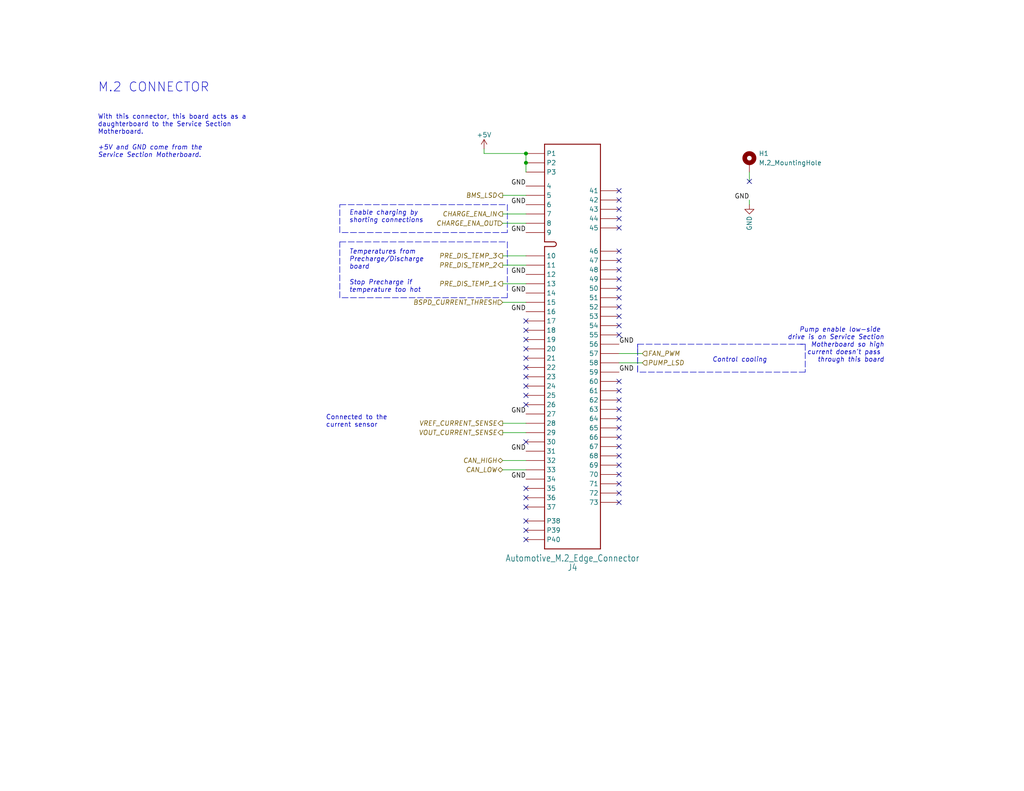
<source format=kicad_sch>
(kicad_sch (version 20211123) (generator eeschema)
  (paper "A")
  (title_block (title "BMS Core | M.2 Connector") (date "2022-12-03") (rev "0") (company "Olin Electric Motorsports") (comment 1 "Melissa Kazazic"))
  (lib_symbols
    (symbol "OEM:Automotive_M.2_Edge_Connector"
      (property "Reference" "J?" (at 1.27 49.53 0))
      (property "Value" "Automotive_M.2_Edge_Connector" (at 7.62 45.72 0))
      (symbol "Automotive_M.2_Edge_Connector_0_1"
        (arc (start -5.0436 15.2415) (mid -4.4198 15.8765) (end -5.0436 16.5115) (stroke (width 0.25)))
        (polyline (pts (xy -7.62 15.24) (xy -5.08 15.24)) (stroke (width 0.25)))
        (polyline (pts (xy -7.62 16.51) (xy -5.08 16.51)) (stroke (width 0.25)))
        (polyline (pts (xy -7.62 43.18) (xy -7.62 16.51)) (stroke (width 0.25)))
        (polyline (pts (xy 7.62 -67.31) (xy -7.62 -67.31)) (stroke (width 0.25)))
      )
      (symbol "Automotive_M.2_Edge_Connector_1_0"
        (polyline (pts (xy -7.62 -67.31) (xy -7.62 15.24)) (stroke (width 0.254)))
        (polyline (pts (xy 7.62 43.18) (xy -7.62 43.18)) (stroke (width 0.254)))
        (polyline (pts (xy 7.62 43.18) (xy 7.62 -67.31)) (stroke (width 0.254)))
        (pin bidirectional line (at -12.7 12.7 0) (length 5.08) (name "10") (number "10"))
        (pin bidirectional line (at -12.7 10.16 0) (length 5.08) (name "11") (number "11"))
        (pin bidirectional line (at -12.7 7.62 0) (length 5.08) (name "12") (number "12"))
        (pin bidirectional line (at -12.7 5.08 0) (length 5.08) (name "13") (number "13"))
        (pin bidirectional line (at -12.7 2.54 0) (length 5.08) (name "14") (number "14"))
        (pin bidirectional line (at -12.7 0 0) (length 5.08) (name "15") (number "15"))
        (pin bidirectional line (at -12.7 -2.54 0) (length 5.08) (name "16") (number "16"))
        (pin bidirectional line (at -12.7 -5.08 0) (length 5.08) (name "17") (number "17"))
        (pin bidirectional line (at -12.7 -7.62 0) (length 5.08) (name "18") (number "18"))
        (pin bidirectional line (at -12.7 -10.16 0) (length 5.08) (name "19") (number "19"))
        (pin bidirectional line (at -12.7 -12.7 0) (length 5.08) (name "20") (number "20"))
        (pin bidirectional line (at -12.7 -15.24 0) (length 5.08) (name "21") (number "21"))
        (pin bidirectional line (at -12.7 -17.78 0) (length 5.08) (name "22") (number "22"))
        (pin bidirectional line (at -12.7 -20.32 0) (length 5.08) (name "23") (number "23"))
        (pin bidirectional line (at -12.7 -22.86 0) (length 5.08) (name "24") (number "24"))
        (pin bidirectional line (at -12.7 -25.4 0) (length 5.08) (name "25") (number "25"))
        (pin bidirectional line (at -12.7 -27.94 0) (length 5.08) (name "26") (number "26"))
        (pin bidirectional line (at -12.7 -30.48 0) (length 5.08) (name "27") (number "27"))
        (pin bidirectional line (at -12.7 -33.02 0) (length 5.08) (name "28") (number "28"))
        (pin bidirectional line (at -12.7 -35.56 0) (length 5.08) (name "29") (number "29"))
        (pin bidirectional line (at -12.7 -38.1 0) (length 5.08) (name "30") (number "30"))
        (pin bidirectional line (at -12.7 -40.64 0) (length 5.08) (name "31") (number "31"))
        (pin bidirectional line (at -12.7 -43.18 0) (length 5.08) (name "32") (number "32"))
        (pin bidirectional line (at -12.7 -45.72 0) (length 5.08) (name "33") (number "33"))
        (pin bidirectional line (at -12.7 -48.26 0) (length 5.08) (name "34") (number "34"))
        (pin bidirectional line (at -12.7 -50.8 0) (length 5.08) (name "35") (number "35"))
        (pin bidirectional line (at -12.7 -53.34 0) (length 5.08) (name "36") (number "36"))
        (pin bidirectional line (at -12.7 -55.88 0) (length 5.08) (name "37") (number "37"))
        (pin bidirectional line (at -12.7 31.75 0) (length 5.08) (name "4") (number "4"))
        (pin bidirectional line (at 12.7 30.48 180) (length 5.08) (name "41") (number "41"))
        (pin bidirectional line (at 12.7 27.94 180) (length 5.08) (name "42") (number "42"))
        (pin bidirectional line (at 12.7 25.4 180) (length 5.08) (name "43") (number "43"))
        (pin bidirectional line (at 12.7 22.86 180) (length 5.08) (name "44") (number "44"))
        (pin bidirectional line (at 12.7 20.32 180) (length 5.08) (name "45") (number "45"))
        (pin bidirectional line (at 12.7 13.97 180) (length 5.08) (name "46") (number "46"))
        (pin bidirectional line (at 12.7 11.43 180) (length 5.08) (name "47") (number "47"))
        (pin bidirectional line (at 12.7 8.89 180) (length 5.08) (name "48") (number "48"))
        (pin bidirectional line (at 12.7 6.35 180) (length 5.08) (name "49") (number "49"))
        (pin bidirectional line (at -12.7 29.21 0) (length 5.08) (name "5") (number "5"))
        (pin bidirectional line (at 12.7 3.81 180) (length 5.08) (name "50") (number "50"))
        (pin bidirectional line (at 12.7 1.27 180) (length 5.08) (name "51") (number "51"))
        (pin bidirectional line (at 12.7 -1.27 180) (length 5.08) (name "52") (number "52"))
        (pin bidirectional line (at 12.7 -3.81 180) (length 5.08) (name "53") (number "53"))
        (pin bidirectional line (at 12.7 -6.35 180) (length 5.08) (name "54") (number "54"))
        (pin bidirectional line (at 12.7 -8.89 180) (length 5.08) (name "55") (number "55"))
        (pin bidirectional line (at 12.7 -11.43 180) (length 5.08) (name "56") (number "56"))
        (pin bidirectional line (at 12.7 -13.97 180) (length 5.08) (name "57") (number "57"))
        (pin bidirectional line (at 12.7 -16.51 180) (length 5.08) (name "58") (number "58"))
        (pin bidirectional line (at 12.7 -19.05 180) (length 5.08) (name "59") (number "59"))
        (pin bidirectional line (at -12.7 26.67 0) (length 5.08) (name "6") (number "6"))
        (pin bidirectional line (at 12.7 -21.59 180) (length 5.08) (name "60") (number "60"))
        (pin bidirectional line (at 12.7 -24.13 180) (length 5.08) (name "61") (number "61"))
        (pin bidirectional line (at 12.7 -26.67 180) (length 5.08) (name "62") (number "62"))
        (pin bidirectional line (at 12.7 -29.21 180) (length 5.08) (name "63") (number "63"))
        (pin bidirectional line (at 12.7 -31.75 180) (length 5.08) (name "64") (number "64"))
        (pin bidirectional line (at 12.7 -34.29 180) (length 5.08) (name "65") (number "65"))
        (pin bidirectional line (at 12.7 -36.83 180) (length 5.08) (name "66") (number "66"))
        (pin bidirectional line (at 12.7 -39.37 180) (length 5.08) (name "67") (number "67"))
        (pin bidirectional line (at 12.7 -41.91 180) (length 5.08) (name "68") (number "68"))
        (pin bidirectional line (at 12.7 -44.45 180) (length 5.08) (name "69") (number "69"))
        (pin bidirectional line (at -12.7 24.13 0) (length 5.08) (name "7") (number "7"))
        (pin bidirectional line (at 12.7 -46.99 180) (length 5.08) (name "70") (number "70"))
        (pin bidirectional line (at 12.7 -49.53 180) (length 5.08) (name "71") (number "71"))
        (pin bidirectional line (at 12.7 -52.07 180) (length 5.08) (name "72") (number "72"))
        (pin bidirectional line (at 12.7 -54.61 180) (length 5.08) (name "73") (number "73"))
        (pin bidirectional line (at -12.7 21.59 0) (length 5.08) (name "8") (number "8"))
        (pin bidirectional line (at -12.7 19.05 0) (length 5.08) (name "9") (number "9"))
        (pin bidirectional line (at -12.7 40.64 0) (length 5.08) (name "P1") (number "P1"))
        (pin bidirectional line (at -12.7 38.1 0) (length 5.08) (name "P2") (number "P2"))
        (pin bidirectional line (at -12.7 35.56 0) (length 5.08) (name "P3") (number "P3"))
        (pin bidirectional line (at -12.7 -59.69 0) (length 5.08) (name "P38") (number "P38"))
        (pin bidirectional line (at -12.7 -62.23 0) (length 5.08) (name "P39") (number "P39"))
        (pin bidirectional line (at -12.7 -64.77 0) (length 5.08) (name "P40") (number "P40"))
      )
    )
    (symbol "OEM:M.2_MountingHole" (pin_numbers hide) (pin_names (offset 1.016) hide)
      (property "Reference" "H" (at 0 6.35 0))
      (property "Value" "M.2_MountingHole" (at 0 4.445 0))
      (symbol "M.2_MountingHole_0_1"
        (circle (center 0 1.27) (radius 1.27) (stroke (width 1.27)))
      )
      (symbol "M.2_MountingHole_1_1"
        (pin input line (at 0 -2.54 90) (length 2.54) (name "1") (number "1"))
      )
    )
    (symbol "power:+5V" (power) (pin_names (offset 0))
      (property "Value" "+5V" (at 0 3.556 0))
      (symbol "+5V_0_1"
        (polyline (pts (xy -0.762 1.27) (xy 0 2.54)))
        (polyline (pts (xy 0 0) (xy 0 2.54)))
        (polyline (pts (xy 0 2.54) (xy 0.762 1.27)))
      )
      (symbol "+5V_1_1"
        (pin power_in line (at 0 0 90) (length 0) hide (name "+5V") (number "1"))
      )
    )
    (symbol "power:GND" (power) (pin_names (offset 0))
      (property "Value" "GND" (at 0 -3.81 0))
      (symbol "GND_0_1"
        (polyline (pts (xy 0 0) (xy 0 -1.27) (xy 1.27 -1.27) (xy 0 -2.54) (xy -1.27 -1.27) (xy 0 -1.27)))
      )
      (symbol "GND_1_1"
        (pin power_in line (at 0 0 270) (length 0) hide (name "GND") (number "1"))
      )
    )
  )
  (junction (at 143.51 41.91))
  (junction (at 143.51 44.45))
  (no_connect (at 143.51 110.49))
  (no_connect (at 168.91 124.46))
  (no_connect (at 168.91 86.36))
  (no_connect (at 168.91 52.07))
  (no_connect (at 204.47 49.53))
  (no_connect (at 143.51 138.43))
  (no_connect (at 168.91 106.68))
  (no_connect (at 143.51 120.65))
  (no_connect (at 143.51 133.35))
  (no_connect (at 168.91 68.58))
  (no_connect (at 168.91 71.12))
  (no_connect (at 168.91 76.2))
  (no_connect (at 168.91 78.74))
  (no_connect (at 168.91 81.28))
  (no_connect (at 168.91 73.66))
  (no_connect (at 168.91 114.3))
  (no_connect (at 168.91 54.61))
  (no_connect (at 168.91 134.62))
  (no_connect (at 168.91 109.22))
  (no_connect (at 168.91 83.82))
  (no_connect (at 168.91 119.38))
  (no_connect (at 143.51 142.24))
  (no_connect (at 168.91 59.69))
  (no_connect (at 168.91 57.15))
  (no_connect (at 168.91 137.16))
  (no_connect (at 168.91 129.54))
  (no_connect (at 168.91 62.23))
  (no_connect (at 168.91 111.76))
  (no_connect (at 168.91 88.9))
  (no_connect (at 168.91 121.92))
  (no_connect (at 143.51 144.78))
  (no_connect (at 168.91 132.08))
  (no_connect (at 143.51 90.17))
  (no_connect (at 168.91 116.84))
  (no_connect (at 143.51 147.32))
  (no_connect (at 168.91 127))
  (no_connect (at 143.51 87.63))
  (no_connect (at 168.91 91.44))
  (no_connect (at 168.91 104.14))
  (no_connect (at 143.51 107.95))
  (no_connect (at 143.51 105.41))
  (no_connect (at 143.51 102.87))
  (no_connect (at 143.51 100.33))
  (no_connect (at 143.51 97.79))
  (no_connect (at 143.51 95.25))
  (no_connect (at 143.51 135.89))
  (no_connect (at 143.51 92.71))
  (wire (pts (xy 143.51 41.91) (xy 132.08 41.91)))
  (polyline (pts (xy 138.43 81.28) (xy 92.71 81.28)))
  (wire (pts (xy 137.16 118.11) (xy 143.51 118.11)))
  (wire (pts (xy 175.26 96.52) (xy 168.91 96.52)))
  (wire (pts (xy 204.47 54.61) (xy 204.47 55.88)))
  (polyline (pts (xy 219.71 101.6) (xy 173.99 101.6)))
  (wire (pts (xy 143.51 41.91) (xy 143.51 44.45)))
  (wire (pts (xy 137.16 58.42) (xy 143.51 58.42)))
  (polyline (pts (xy 218.44 93.98) (xy 219.71 93.98)))
  (wire (pts (xy 137.16 53.34) (xy 143.51 53.34)))
  (wire (pts (xy 143.51 44.45) (xy 143.51 46.99)))
  (wire (pts (xy 137.16 125.73) (xy 143.51 125.73)))
  (wire (pts (xy 175.26 99.06) (xy 168.91 99.06)))
  (polyline (pts (xy 92.71 55.88) (xy 138.43 55.88)))
  (polyline (pts (xy 92.71 66.04) (xy 138.43 66.04)))
  (polyline (pts (xy 138.43 63.5) (xy 92.71 63.5)))
  (wire (pts (xy 137.16 77.47) (xy 143.51 77.47)))
  (polyline (pts (xy 173.99 93.98) (xy 219.71 93.98)))
  (wire (pts (xy 132.08 41.91) (xy 132.08 40.64)))
  (polyline (pts (xy 92.71 63.5) (xy 92.71 55.88)))
  (wire (pts (xy 137.16 82.55) (xy 143.51 82.55)))
  (wire (pts (xy 137.16 72.39) (xy 143.51 72.39)))
  (wire (pts (xy 137.16 60.96) (xy 143.51 60.96)))
  (wire (pts (xy 204.47 49.53) (xy 204.47 46.99)))
  (wire (pts (xy 137.16 69.85) (xy 143.51 69.85)))
  (polyline (pts (xy 138.43 55.88) (xy 138.43 63.5)))
  (polyline (pts (xy 173.99 101.6) (xy 173.99 93.98)))
  (wire (pts (xy 137.16 128.27) (xy 143.51 128.27)))
  (polyline (pts (xy 138.43 66.04) (xy 138.43 68.58)))
  (polyline (pts (xy 173.99 95.25) (xy 173.99 101.6)))
  (polyline (pts (xy 138.43 68.58) (xy 138.43 81.28)))
  (polyline (pts (xy 92.71 81.28) (xy 92.71 66.04)))
  (polyline (pts (xy 173.99 93.98) (xy 173.99 95.25)))
  (polyline (pts (xy 219.71 93.98) (xy 219.71 101.6)))
  (wire (pts (xy 137.16 115.57) (xy 143.51 115.57)))
  (text "Stop Precharge if\ntemperature too hot" (at 95.25 80.01 0) (effects (font (size 1.27 1.27) italic) (justify left bottom)))
  (text "+5V and GND come from the \nService Section Motherboard." (at 26.67 43.18 0) (effects (font (size 1.27 1.27) italic) (justify left bottom)))
  (text "With this connector, this board acts as a \ndaughterboard to the Service Section\nMotherboard." (at 26.67 36.83 0) (effects (font (size 1.27 1.27)) (justify left bottom)))
  (text "Pump enable low-side \ndrive is on Service Section\nMotherboard so high\ncurrent doesn't pass \nthrough this board" (at 241.3 99.06 180) (effects (font (size 1.27 1.27) italic) (justify right bottom)))
  (text "Control cooling" (at 194.31 99.06 0) (effects (font (size 1.27 1.27) italic) (justify left bottom)))
  (text "M.2 CONNECTOR" (at 26.67 25.4 0) (effects (font (size 2.4892 2.4892)) (justify left bottom)))
  (text "Temperatures from\nPrecharge/Discharge\nboard" (at 95.25 73.66 0) (effects (font (size 1.27 1.27) italic) (justify left bottom)))
  (text "Connected to the\ncurrent sensor" (at 88.9 116.84 0) (effects (font (size 1.27 1.27)) (justify left bottom)))
  (text "Enable charging by\nshorting connections" (at 95.25 60.96 0) (effects (font (size 1.27 1.27) italic) (justify left bottom)))
  (label "GND" (at 143.51 85.09 180))
  (label "GND" (at 143.51 113.03 180))
  (label "GND" (at 143.51 80.01 180))
  (label "GND" (at 143.51 123.19 180))
  (label "GND" (at 204.47 54.61 180))
  (label "GND" (at 143.51 63.5 180))
  (label "GND" (at 143.51 50.8 180))
  (label "GND" (at 143.51 74.93 180))
  (label "GND" (at 143.51 55.88 180))
  (label "GND" (at 143.51 130.81 180))
  (label "GND" (at 168.91 101.6 0))
  (label "GND" (at 168.91 93.98 0))
  (hierarchical_label "BMS_LSD" (shape output) (at 137.16 53.34 180) (effects (font italic)))
  (hierarchical_label "CAN_LOW" (shape bidirectional) (at 137.16 128.27 180) (effects (font italic)))
  (hierarchical_label "VREF_CURRENT_SENSE" (shape output) (at 137.16 115.57 180) (effects (font italic)))
  (hierarchical_label "BSPD_CURRENT_THRESH" (shape input) (at 137.16 82.55 180) (effects (font italic)))
  (hierarchical_label "FAN_PWM" (shape input) (at 175.26 96.52 0) (effects (font italic)))
  (hierarchical_label "CHARGE_ENA_OUT" (shape input) (at 137.16 60.96 180) (effects (font italic)))
  (hierarchical_label "VOUT_CURRENT_SENSE" (shape output) (at 137.16 118.11 180) (effects (font italic)))
  (hierarchical_label "PRE_DIS_TEMP_3" (shape output) (at 137.16 69.85 180) (effects (font italic)))
  (hierarchical_label "CAN_HIGH" (shape bidirectional) (at 137.16 125.73 180) (effects (font italic)))
  (hierarchical_label "PRE_DIS_TEMP_2" (shape output) (at 137.16 72.39 180) (effects (font italic)))
  (hierarchical_label "CHARGE_ENA_IN" (shape output) (at 137.16 58.42 180) (effects (font italic)))
  (hierarchical_label "PUMP_LSD" (shape input) (at 175.26 99.06 0) (effects (font italic)))
  (hierarchical_label "PRE_DIS_TEMP_1" (shape output) (at 137.16 77.47 180) (effects (font italic)))
  (symbol (lib_id "power:GND") (at 204.47 55.88 0) (unit 1)
    (property "Reference" "#PWR?" (effects hide))
    (property "Value" "GND" (at 204.47 60.96 90))
  )
  (symbol (lib_id "power:+5V") (at 132.08 40.64 0) (unit 1)
    (property "Reference" "#PWR?" (effects hide))
    (property "Value" "+5V" (at 132.08 36.83 0))
  )
  (symbol (lib_id "OEM:M.2_MountingHole") (at 204.47 44.45 0) (unit 1)
    (property "Reference" "H1" (at 207.01 41.9099 0) (effects (justify left)))
    (property "Value" "M.2_MountingHole" (at 207.01 44.4499 0) (effects (justify left)))
    (property "Footprint" "OEM:M.2_Mount" (effects hide))
  )
  (symbol (lib_id "OEM:Automotive_M.2_Edge_Connector") (at 156.21 82.55 0) (unit 1)
    (property "Reference" "J4" (at 156.21 154.94 0) (effects (font (size 1.778 1.5113))))
    (property "Value" "Automotive_M.2_Edge_Connector" (at 156.21 152.4 0) (effects (font (size 1.778 1.5113))))
    (property "Footprint" "footprints:Automotive_M.2_Edge_Connector" (effects hide))
  )
)
</source>
